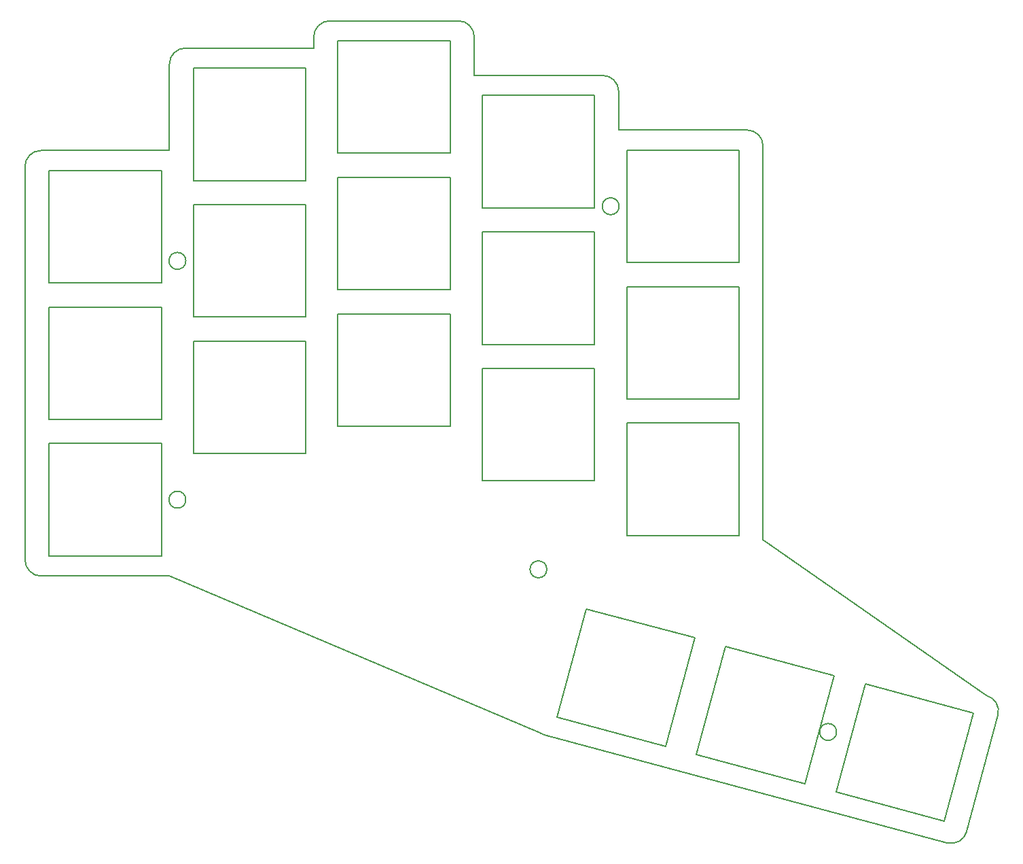
<source format=gbr>
G04 #@! TF.GenerationSoftware,KiCad,Pcbnew,5.1.5+dfsg1-2build2*
G04 #@! TF.CreationDate,2022-04-19T07:05:37+00:00*
G04 #@! TF.ProjectId,top_plate,746f705f-706c-4617-9465-2e6b69636164,v1.0.0*
G04 #@! TF.SameCoordinates,Original*
G04 #@! TF.FileFunction,Paste,Top*
G04 #@! TF.FilePolarity,Positive*
%FSLAX46Y46*%
G04 Gerber Fmt 4.6, Leading zero omitted, Abs format (unit mm)*
G04 Created by KiCad (PCBNEW 5.1.5+dfsg1-2build2) date 2022-04-19 07:05:37*
%MOMM*%
%LPD*%
G04 APERTURE LIST*
G04 #@! TA.AperFunction,Profile*
%ADD10C,0.150000*%
G04 #@! TD*
G04 APERTURE END LIST*
D10*
X10000000Y-9500000D02*
X26000000Y-9500000D01*
X8000000Y-7500000D02*
X8000000Y41500000D01*
X10000000Y-9500000D02*
G75*
G02X8000000Y-7500000I0J2000000D01*
G01*
X26000000Y43500000D02*
X10000000Y43500000D01*
X8000000Y41500000D02*
G75*
G02X10000000Y43500000I2000000J0D01*
G01*
X44000000Y56250000D02*
X28000000Y56250000D01*
X26000000Y54250000D02*
G75*
G02X28000000Y56250000I2000000J0D01*
G01*
X26000000Y54250000D02*
X26000000Y43500000D01*
X64000000Y52850000D02*
X64000000Y57650000D01*
X62000000Y59650000D02*
G75*
G02X64000000Y57650000I0J-2000000D01*
G01*
X62000000Y59650000D02*
X46000000Y59650000D01*
X44000000Y57650000D02*
G75*
G02X46000000Y59650000I2000000J0D01*
G01*
X44000000Y57650000D02*
X44000000Y56250000D01*
X82000000Y46050000D02*
X82000000Y50850000D01*
X80000000Y52850000D02*
G75*
G02X82000000Y50850000I0J-2000000D01*
G01*
X80000000Y52850000D02*
X64000000Y52850000D01*
X100000000Y-4950000D02*
X100000000Y44050000D01*
X98000000Y46050000D02*
G75*
G02X100000000Y44050000I0J-2000000D01*
G01*
X98000000Y46050000D02*
X82000000Y46050000D01*
X72707107Y-29274745D02*
X122935250Y-42733335D01*
X72707107Y-29274745D02*
G75*
G02X72197860Y-29059141I517638J1931852D01*
G01*
X125384739Y-41319122D02*
G75*
G02X122935250Y-42733335I-1931851J517638D01*
G01*
X125384740Y-41319122D02*
X129267025Y-26830234D01*
X127852812Y-24380745D02*
G75*
G02X129267025Y-26830234I-517638J-1931851D01*
G01*
X100000000Y-4950000D02*
X127852812Y-24380745D01*
X72197860Y-29059141D02*
X26000000Y-9500000D01*
X11000000Y-7000000D02*
X25000000Y-7000000D01*
X25000000Y-7000000D02*
X25000000Y7000000D01*
X25000000Y7000000D02*
X11000000Y7000000D01*
X11000000Y7000000D02*
X11000000Y-7000000D01*
X11000000Y10000000D02*
X25000000Y10000000D01*
X25000000Y10000000D02*
X25000000Y24000000D01*
X25000000Y24000000D02*
X11000000Y24000000D01*
X11000000Y24000000D02*
X11000000Y10000000D01*
X11000000Y27000000D02*
X25000000Y27000000D01*
X25000000Y27000000D02*
X25000000Y41000000D01*
X25000000Y41000000D02*
X11000000Y41000000D01*
X11000000Y41000000D02*
X11000000Y27000000D01*
X29000000Y5750000D02*
X43000000Y5750000D01*
X43000000Y5750000D02*
X43000000Y19750000D01*
X43000000Y19750000D02*
X29000000Y19750000D01*
X29000000Y19750000D02*
X29000000Y5750000D01*
X29000000Y22750000D02*
X43000000Y22750000D01*
X43000000Y22750000D02*
X43000000Y36750000D01*
X43000000Y36750000D02*
X29000000Y36750000D01*
X29000000Y36750000D02*
X29000000Y22750000D01*
X29000000Y39750000D02*
X43000000Y39750000D01*
X43000000Y39750000D02*
X43000000Y53750000D01*
X43000000Y53750000D02*
X29000000Y53750000D01*
X29000000Y53750000D02*
X29000000Y39750000D01*
X47000000Y9150000D02*
X61000000Y9150000D01*
X61000000Y9150000D02*
X61000000Y23150000D01*
X61000000Y23150000D02*
X47000000Y23150000D01*
X47000000Y23150000D02*
X47000000Y9150000D01*
X47000000Y26150000D02*
X61000000Y26150000D01*
X61000000Y26150000D02*
X61000000Y40150000D01*
X61000000Y40150000D02*
X47000000Y40150000D01*
X47000000Y40150000D02*
X47000000Y26150000D01*
X47000000Y43150000D02*
X61000000Y43150000D01*
X61000000Y43150000D02*
X61000000Y57150000D01*
X61000000Y57150000D02*
X47000000Y57150000D01*
X47000000Y57150000D02*
X47000000Y43150000D01*
X65000000Y2350000D02*
X79000000Y2350000D01*
X79000000Y2350000D02*
X79000000Y16350000D01*
X79000000Y16350000D02*
X65000000Y16350000D01*
X65000000Y16350000D02*
X65000000Y2350000D01*
X65000000Y19350000D02*
X79000000Y19350000D01*
X79000000Y19350000D02*
X79000000Y33350000D01*
X79000000Y33350000D02*
X65000000Y33350000D01*
X65000000Y33350000D02*
X65000000Y19350000D01*
X65000000Y36350000D02*
X79000000Y36350000D01*
X79000000Y36350000D02*
X79000000Y50350000D01*
X79000000Y50350000D02*
X65000000Y50350000D01*
X65000000Y50350000D02*
X65000000Y36350000D01*
X83000000Y-4450000D02*
X97000000Y-4450000D01*
X97000000Y-4450000D02*
X97000000Y9550000D01*
X97000000Y9550000D02*
X83000000Y9550000D01*
X83000000Y9550000D02*
X83000000Y-4450000D01*
X83000000Y12550000D02*
X97000000Y12550000D01*
X97000000Y12550000D02*
X97000000Y26550000D01*
X97000000Y26550000D02*
X83000000Y26550000D01*
X83000000Y26550000D02*
X83000000Y12550000D01*
X83000000Y29550000D02*
X97000000Y29550000D01*
X97000000Y29550000D02*
X97000000Y43550000D01*
X97000000Y43550000D02*
X83000000Y43550000D01*
X83000000Y43550000D02*
X83000000Y29550000D01*
X74320080Y-27118749D02*
X87843042Y-30742216D01*
X87843042Y-30742216D02*
X91466508Y-17219254D01*
X91466508Y-17219254D02*
X77943547Y-13595788D01*
X77943547Y-13595788D02*
X74320080Y-27118749D01*
X91706745Y-31777492D02*
X105229707Y-35400959D01*
X105229707Y-35400959D02*
X108853173Y-21877997D01*
X108853173Y-21877997D02*
X95330212Y-18254531D01*
X95330212Y-18254531D02*
X91706745Y-31777492D01*
X109093410Y-36436235D02*
X122616372Y-40059702D01*
X122616372Y-40059702D02*
X126239838Y-26536740D01*
X126239838Y-26536740D02*
X112716877Y-22913273D01*
X112716877Y-22913273D02*
X109093410Y-36436235D01*
X28050000Y29750000D02*
G75*
G03X28050000Y29750000I-1050000J0D01*
G01*
X28050000Y0D02*
G75*
G03X28050000Y0I-1050000J0D01*
G01*
X82050000Y36550000D02*
G75*
G03X82050000Y36550000I-1050000J0D01*
G01*
X73050000Y-8670000D02*
G75*
G03X73050000Y-8670000I-1050000J0D01*
G01*
X109153958Y-28924179D02*
G75*
G03X109153958Y-28924179I-1050000J0D01*
G01*
M02*

</source>
